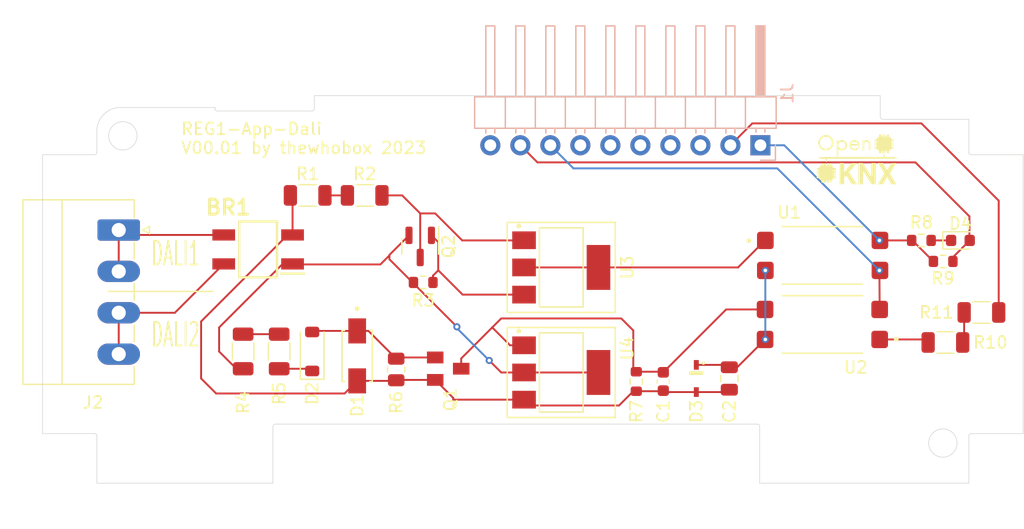
<source format=kicad_pcb>
(kicad_pcb (version 20221018) (generator pcbnew)
  (title_block (date "2023-01-31") (rev "V00.10"))
  (layers (0 "F.Cu" signal) (31 "B.Cu" signal) (34 "B.Paste" user) (35 "F.Paste" user) (36 "B.SilkS" user "B.Silkscreen") (37 "F.SilkS" user "F.Silkscreen") (38 "B.Mask" user) (39 "F.Mask" user) (44 "Edge.Cuts" user))
  (net 0 "")
  (net 1 "Dali+")
  (net 2 "DALI-")
  (net 8 "Net-(C1-Pad1)")
  (net 9 "Net-(C2-Pad1)")
  (net 11 "Net-(BR1-~_1)")
  (net 12 "Net-(BR1-~_2)")
  (net 13 "Net-(D2-A)")
  (net 14 "Net-(D4-K)")
  (net 15 "+3.3V")
  (net 16 "/D_RX")
  (net 17 "/D_TX")
  (net 18 "GND")
  (net 19 "Net-(R1-Pad2)")
  (net 20 "Net-(R4-Pad1)")
  (net 21 "Net-(D2-K)")
  (net 22 "Net-(R10-Pad1)")
  (net 23 "Net-(R10-Pad2)")
  (net 24 "Net-(U1-Pad1)")
  (net 25 "Net-(Q2-B)")
  (net 26 "Net-(Q2-C)")
  (footprint "OpenKNX:OpenKNX_Logo_07x05" (layer "F.Cu") (at 138.9 95.8)
    (fp_text reference "G***" hide)
    (fp_text value "LOGO" hide)
  )
  (footprint "Resistor_SMD:R_0603_1608Metric" (layer "F.Cu") (at 146.225 104.13 180)
    (fp_text reference "R9" (at 0 -1.43) (layer "F.SilkS"))
    (fp_text value "4.7k")
    (pad "1" smd roundrect (at -0.825 0 180) (size 0.8 0.95) (layers "F.Cu" "F.Paste" "F.Mask") (net 15 "+3.3V"))
    (pad "2" smd roundrect (at 0.825 0 180) (size 0.8 0.95) (layers "F.Cu" "F.Paste" "F.Mask") (net 16 "/D_RX"))
  )
  (footprint "DALI:SOIC254P1030X390-4N" (layer "F.Cu") (at 136.026 103.622)
    (fp_text reference "U1" (at -2.825 -3.635) (layer "F.SilkS"))
    (fp_text value "EL817S1(C)(TU)-F")
    (pad "1" smd roundrect (at -4.85 -1.27) (size 1.41 1.47) (layers "F.Cu" "F.Paste" "F.Mask") (roundrect_rratio 0.18) (net 24 "Net-(U1-Pad1)"))
    (pad "2" smd roundrect (at -4.85 1.27) (size 1.41 1.47) (layers "F.Cu" "F.Paste" "F.Mask") (roundrect_rratio 0.18) (net 9 "Net-(C2-Pad1)"))
    (pad "3" smd roundrect (at 4.85 1.27 180) (size 1.41 1.47) (layers "F.Cu" "F.Paste" "F.Mask") (roundrect_rratio 0.18) (net 18 "GND"))
    (pad "4" smd roundrect (at 4.85 -1.27 180) (size 1.41 1.47) (layers "F.Cu" "F.Paste" "F.Mask") (roundrect_rratio 0.18) (net 16 "/D_RX"))
  )
  (footprint "DALI:SOT230P700X180-4N" (layer "F.Cu") (at 113.904 104.638 -90)
    (fp_text reference "U3" (at 0 -5.588 90) (layer "F.SilkS"))
    (fp_text value "STN93003")
    (pad "1" smd rect (at -2.3 3.15 90) (size 1.5 2) (layers "F.Cu" "F.Paste" "F.Mask") (net 26 "Net-(Q2-C)"))
    (pad "2" smd rect (at 0 3.15 90) (size 1.5 2) (layers "F.Cu" "F.Paste" "F.Mask") (net 24 "Net-(U1-Pad1)"))
    (pad "3" smd rect (at 2.3 3.15 90) (size 1.5 2) (layers "F.Cu" "F.Paste" "F.Mask") (net 25 "Net-(Q2-B)"))
    (pad "4" smd rect (at 0 -3.15 90) (size 3.8 2) (layers "F.Cu" "F.Paste" "F.Mask") (net 24 "Net-(U1-Pad1)"))
  )
  (footprint "DALI:SOIC254P1030X390-4N" (layer "F.Cu") (at 136.002 109.464 180)
    (fp_text reference "U2" (at -2.825 -3.635 180) (layer "F.SilkS"))
    (fp_text value "EL817S1(C)(TU)-F")
    (pad "1" smd roundrect (at -4.85 -1.27 180) (size 1.41 1.47) (layers "F.Cu" "F.Paste" "F.Mask") (roundrect_rratio 0.18) (net 22 "Net-(R10-Pad1)"))
    (pad "2" smd roundrect (at -4.85 1.27 180) (size 1.41 1.47) (layers "F.Cu" "F.Paste" "F.Mask") (roundrect_rratio 0.18) (net 18 "GND"))
    (pad "3" smd roundrect (at 4.85 1.27) (size 1.41 1.47) (layers "F.Cu" "F.Paste" "F.Mask") (roundrect_rratio 0.18) (net 8 "Net-(C1-Pad1)"))
    (pad "4" smd roundrect (at 4.85 -1.27) (size 1.41 1.47) (layers "F.Cu" "F.Paste" "F.Mask") (roundrect_rratio 0.18) (net 9 "Net-(C2-Pad1)"))
  )
  (footprint "Capacitor_SMD:C_0805_2012Metric" (layer "F.Cu") (at 128.128 114.036 -90)
    (fp_text reference "C2" (at 2.794 0 90) (layer "F.SilkS"))
    (fp_text value "2.2u")
    (pad "1" smd roundrect (at -0.95 0 270) (size 1 1.45) (layers "F.Cu" "F.Paste" "F.Mask") (net 9 "Net-(C2-Pad1)"))
    (pad "2" smd roundrect (at 0.95 0 270) (size 1 1.45) (layers "F.Cu" "F.Paste" "F.Mask") (net 2 "DALI-"))
  )
  (footprint "LED_SMD:LED_0603_1608Metric" (layer "F.Cu") (at 147.686 102.352)
    (fp_text reference "D4" (at 0 -1.43) (layer "F.SilkS"))
    (fp_text value "LED")
    (pad "1" smd roundrect (at -0.7875 0) (size 0.875 0.95) (layers "F.Cu" "F.Paste" "F.Mask") (net 14 "Net-(D4-K)"))
    (pad "2" smd roundrect (at 0.7875 0) (size 0.875 0.95) (layers "F.Cu" "F.Paste" "F.Mask") (net 15 "+3.3V"))
  )
  (footprint "Resistor_SMD:R_0603_1608Metric" (layer "F.Cu") (at 102.22 105.908)
    (fp_text reference "R3" (at 0 1.524) (layer "F.SilkS"))
    (fp_text value "390")
    (pad "1" smd roundrect (at -0.825 0) (size 0.8 0.95) (layers "F.Cu" "F.Paste" "F.Mask") (net 1 "Dali+"))
    (pad "2" smd roundrect (at 0.825 0) (size 0.8 0.95) (layers "F.Cu" "F.Paste" "F.Mask") (net 25 "Net-(Q2-B)"))
  )
  (footprint "DALI:DIOM4325X250N" (layer "F.Cu") (at 96.632 112.125 -90)
    (fp_text reference "D1" (at 4.197 0 -90) (layer "F.SilkS"))
    (fp_text value "1SMA4746")
    (pad "A" smd rect (at 2.115 0 270) (size 2.12 1.5) (layers "F.Cu" "F.Paste" "F.Mask") (net 2 "DALI-"))
    (pad "C" smd rect (at -2.115 0 270) (size 2.12 1.5) (layers "F.Cu" "F.Paste" "F.Mask") (net 13 "Net-(D2-A)"))
  )
  (footprint "Resistor_SMD:R_1206_3216Metric" (layer "F.Cu") (at 90.028 111.75 90)
    (fp_text reference "R5" (at -3.556 0 90) (layer "F.SilkS"))
    (fp_text value "100k")
    (pad "1" smd roundrect (at -1.4625 0 90) (size 1.125 1.75) (layers "F.Cu" "F.Paste" "F.Mask") (roundrect_rratio 0.222222) (net 21 "Net-(D2-K)"))
    (pad "2" smd roundrect (at 1.4625 0 90) (size 1.125 1.75) (layers "F.Cu" "F.Paste" "F.Mask") (roundrect_rratio 0.222222) (net 20 "Net-(R4-Pad1)"))
  )
  (footprint "Resistor_SMD:R_1206_3216Metric" (layer "F.Cu") (at 149.464 108.448)
    (fp_text reference "R11" (at -3.81 0) (layer "F.SilkS"))
    (fp_text value "300")
    (pad "1" smd roundrect (at -1.4625 0) (size 1.125 1.75) (layers "F.Cu" "F.Paste" "F.Mask") (roundrect_rratio 0.222222) (net 23 "Net-(R10-Pad2)"))
    (pad "2" smd roundrect (at 1.4625 0) (size 1.125 1.75) (layers "F.Cu" "F.Paste" "F.Mask") (roundrect_rratio 0.222222) (net 17 "/D_TX"))
  )
  (footprint "Resistor_SMD:R_0603_1608Metric" (layer "F.Cu") (at 120.254 114.29 90)
    (fp_text reference "R7" (at -2.54 0 90) (layer "F.SilkS"))
    (fp_text value "4.7k")
    (pad "1" smd roundrect (at -0.825 0 90) (size 0.8 0.95) (layers "F.Cu" "F.Paste" "F.Mask") (net 2 "DALI-"))
    (pad "2" smd roundrect (at 0.825 0 90) (size 0.8 0.95) (layers "F.Cu" "F.Paste" "F.Mask") (net 8 "Net-(C1-Pad1)"))
  )
  (footprint "Resistor_SMD:R_1206_3216Metric" (layer "F.Cu") (at 86.98 111.75 -90)
    (fp_text reference "R4" (at 4.318 0 90) (layer "F.SilkS"))
    (fp_text value "100k")
    (pad "1" smd roundrect (at -1.4625 0 270) (size 1.125 1.75) (layers "F.Cu" "F.Paste" "F.Mask") (roundrect_rratio 0.222222) (net 20 "Net-(R4-Pad1)"))
    (pad "2" smd roundrect (at 1.4625 0 270) (size 1.125 1.75) (layers "F.Cu" "F.Paste" "F.Mask") (roundrect_rratio 0.222222) (net 1 "Dali+"))
  )
  (footprint "Resistor_SMD:R_1206_3216Metric" (layer "F.Cu") (at 146.416 110.988)
    (fp_text reference "R10" (at 3.81 0) (layer "F.SilkS"))
    (fp_text value "1k")
    (pad "1" smd roundrect (at -1.4625 0) (size 1.125 1.75) (layers "F.Cu" "F.Paste" "F.Mask") (roundrect_rratio 0.222222) (net 22 "Net-(R10-Pad1)"))
    (pad "2" smd roundrect (at 1.4625 0) (size 1.125 1.75) (layers "F.Cu" "F.Paste" "F.Mask") (roundrect_rratio 0.222222) (net 23 "Net-(R10-Pad2)"))
  )
  (footprint "Package_TO_SOT_SMD:SOT-23" (layer "F.Cu") (at 101.966 102.86 -90)
    (fp_text reference "Q2" (at 0 -2.4 90) (layer "F.SilkS"))
    (fp_text value "BC857")
    (pad "1" smd roundrect (at -0.9375 -0.95 270) (size 1.475 0.6) (layers "F.Cu" "F.Paste" "F.Mask") (net 25 "Net-(Q2-B)"))
    (pad "2" smd roundrect (at -0.9375 0.95 270) (size 1.475 0.6) (layers "F.Cu" "F.Paste" "F.Mask") (net 1 "Dali+"))
    (pad "3" smd roundrect (at 0.9375 0 270) (size 1.475 0.6) (layers "F.Cu" "F.Paste" "F.Mask") (net 26 "Net-(Q2-C)"))
  )
  (footprint "Capacitor_SMD:C_0603_1608Metric" (layer "F.Cu") (at 122.54 114.29 -90)
    (fp_text reference "C1" (at 2.54 0 90) (layer "F.SilkS"))
    (fp_text value "1n")
    (pad "1" smd roundrect (at -0.775 0 270) (size 0.9 0.95) (layers "F.Cu" "F.Paste" "F.Mask") (net 8 "Net-(C1-Pad1)"))
    (pad "2" smd roundrect (at 0.775 0 270) (size 0.9 0.95) (layers "F.Cu" "F.Paste" "F.Mask") (net 2 "DALI-"))
  )
  (footprint "Diode_SMD:D_SOD-123" (layer "F.Cu") (at 92.822 111.75 90)
    (fp_text reference "D2" (at -3.556 0 90) (layer "F.SilkS"))
    (fp_text value "D_Zener_Small")
    (pad "1" smd roundrect (at -1.65 0 90) (size 0.9 1.2) (layers "F.Cu" "F.Paste" "F.Mask") (net 21 "Net-(D2-K)"))
    (pad "2" smd roundrect (at 1.65 0 90) (size 0.9 1.2) (layers "F.Cu" "F.Paste" "F.Mask") (net 13 "Net-(D2-A)"))
  )
  (footprint "DALI:SODFL2512X90N" (layer "F.Cu") (at 125.334 114.036 -90)
    (fp_text reference "D3" (at 2.794 0 -90) (layer "F.SilkS") (effects (font (size 1.001535 1.001535))))
    (fp_text value "UDZSTE-175.6B")
    (pad "A" smd rect (at 1.15 0 270) (size 0.82 0.42) (layers "F.Cu" "F.Paste" "F.Mask") (net 2 "DALI-"))
    (pad "C" smd rect (at -1.15 0 270) (size 0.82 0.42) (layers "F.Cu" "F.Paste" "F.Mask") (net 9 "Net-(C2-Pad1)"))
  )
  (footprint "DALI:SOT23" (layer "F.Cu") (at 104.336 113.208 -90)
    (fp_text reference "Q1" (at 2.606 -0.17 90) (layer "F.SilkS") (effects (font (size 1.001157 1.001157))))
    (fp_text value "BSS123")
    (pad "1" smd rect (at -0.95 1.1 270) (size 1 1.4) (layers "F.Cu" "F.Paste" "F.Mask") (net 13 "Net-(D2-A)"))
    (pad "2" smd rect (at 0.95 1.1 270) (size 1 1.4) (layers "F.Cu" "F.Paste" "F.Mask") (net 2 "DALI-"))
    (pad "3" smd rect (at 0 -1.1 270) (size 1 1.4) (layers "F.Cu" "F.Paste" "F.Mask") (net 8 "Net-(C1-Pad1)"))
  )
  (footprint "Resistor_SMD:R_1206_3216Metric" (layer "F.Cu") (at 97.267 98.542)
    (fp_text reference "R2" (at 0 -1.82) (layer "F.SilkS"))
    (fp_text value "100k")
    (pad "1" smd roundrect (at -1.4625 0) (size 1.125 1.75) (layers "F.Cu" "F.Paste" "F.Mask") (roundrect_rratio 0.222222) (net 19 "Net-(R1-Pad2)"))
    (pad "2" smd roundrect (at 1.4625 0) (size 1.125 1.75) (layers "F.Cu" "F.Paste" "F.Mask") (roundrect_rratio 0.222222) (net 26 "Net-(Q2-C)"))
  )
  (footprint "Resistor_SMD:R_1206_3216Metric" (layer "F.Cu") (at 92.441 98.542)
    (fp_text reference "R1" (at 0 -1.82) (layer "F.SilkS"))
    (fp_text value "100k")
    (pad "1" smd roundrect (at -1.4625 0) (size 1.125 1.75) (layers "F.Cu" "F.Paste" "F.Mask") (roundrect_rratio 0.222222) (net 2 "DALI-"))
    (pad "2" smd roundrect (at 1.4625 0) (size 1.125 1.75) (layers "F.Cu" "F.Paste" "F.Mask") (roundrect_rratio 0.222222) (net 19 "Net-(R1-Pad2)"))
  )
  (footprint "DALI:SOP245P670X290-4N" (layer "F.Cu") (at 88.25 103.114 180)
    (fp_text reference "BR1" (at 2.54 3.556 180) (layer "F.SilkS") (effects (font (size 1.27 1.27) (thickness 0.254))))
    (fp_text value "MB10S" hide)
    (pad "1" smd rect (at -2.912 -1.225 270) (size 0.95 1.925) (layers "F.Cu" "F.Paste" "F.Mask") (net 1 "Dali+"))
    (pad "2" smd rect (at -2.912 1.225 270) (size 0.95 1.925) (layers "F.Cu" "F.Paste" "F.Mask") (net 2 "DALI-"))
    (pad "3" smd rect (at 2.912 1.225 270) (size 0.95 1.925) (layers "F.Cu" "F.Paste" "F.Mask") (net 11 "Net-(BR1-~_1)"))
    (pad "4" smd rect (at 2.912 -1.225 270) (size 0.95 1.925) (layers "F.Cu" "F.Paste" "F.Mask") (net 12 "Net-(BR1-~_2)"))
  )
  (footprint "Resistor_SMD:R_0805_2012Metric" (layer "F.Cu") (at 99.934 113.274 90)
    (fp_text reference "R6" (at -2.794 0 90) (layer "F.SilkS"))
    (fp_text value "16k")
    (pad "1" smd roundrect (at -0.9125 0 90) (size 1.025 1.4) (layers "F.Cu" "F.Paste" "F.Mask") (roundrect_rratio 0.243902) (net 2 "DALI-"))
    (pad "2" smd roundrect (at 0.9125 0 90) (size 1.025 1.4) (layers "F.Cu" "F.Paste" "F.Mask") (roundrect_rratio 0.243902) (net 13 "Net-(D2-A)"))
  )
  (footprint "Connector_Phoenix_MC:PhoenixContact_MC_1,5_4-G-3.5_1x04_P3.50mm_Horizontal" (layer "F.Cu") (at 76.4505 101.475 -90)
    (fp_text reference "J2" (at 14.593 2.1705) (layer "F.SilkS"))
    (fp_text value "Dali")
    (pad "1" thru_hole roundrect (at 0 0 270) (size 1.8 3.6) (drill 1.2) (layers "*.Cu" "*.Mask") (roundrect_rratio 0.138889) (net 11 "Net-(BR1-~_1)"))
    (pad "2" thru_hole oval (at 3.5 0 270) (size 1.8 3.6) (drill 1.2) (layers "*.Cu" "*.Mask") (net 11 "Net-(BR1-~_1)"))
    (pad "3" thru_hole oval (at 7 0 270) (size 1.8 3.6) (drill 1.2) (layers "*.Cu" "*.Mask") (net 12 "Net-(BR1-~_2)"))
    (pad "4" thru_hole oval (at 10.5 0 270) (size 1.8 3.6) (drill 1.2) (layers "*.Cu" "*.Mask") (net 12 "Net-(BR1-~_2)"))
  )
  (footprint "Resistor_SMD:R_0603_1608Metric" (layer "F.Cu") (at 144.384 102.352 180)
    (fp_text reference "R8" (at 0 1.524) (layer "F.SilkS"))
    (fp_text value "4.7k")
    (pad "1" smd roundrect (at -0.825 0 180) (size 0.8 0.95) (layers "F.Cu" "F.Paste" "F.Mask") (net 14 "Net-(D4-K)"))
    (pad "2" smd roundrect (at 0.825 0 180) (size 0.8 0.95) (layers "F.Cu" "F.Paste" "F.Mask") (net 16 "/D_RX"))
  )
  (footprint "DALI:SOT-223" (layer "F.Cu") (at 113.904 113.528 -90)
    (fp_text reference "U4" (at -2.032 -5.588 -90) (layer "F.SilkS"))
    (fp_text value "STN1HNK60")
    (pad "1" smd rect (at -2.3 3.15 90) (size 1.5 2) (layers "F.Cu" "F.Paste" "F.Mask") (net 8 "Net-(C1-Pad1)"))
    (pad "2" smd rect (at 0 3.15 90) (size 1.5 2) (layers "F.Cu" "F.Paste" "F.Mask") (net 1 "Dali+"))
    (pad "3" smd rect (at 2.3 3.15 90) (size 1.5 2) (layers "F.Cu" "F.Paste" "F.Mask") (net 2 "DALI-"))
    (pad "4" smd rect (at 0 -3.15 90) (size 3.8 2) (layers "F.Cu" "F.Paste" "F.Mask") (net 1 "Dali+"))
  )
  (footprint "Connector_PinHeader_2.54mm:PinHeader_1x10_P2.54mm_Horizontal" (layer "B.Cu") (at 130.76 94.3 90)
    (fp_text reference "J1" (at 4.385 2.27 90) (layer "B.SilkS") (effects (justify mirror)))
    (fp_text value "REG1_App_Connector")
    (pad "1" thru_hole rect locked (at 0 0 90) (size 1.7 1.7) (drill 1) (layers "*.Cu" "*.Mask") (net 16 "/D_RX"))
    (pad "2" thru_hole oval locked (at 0 -2.54 90) (size 1.7 1.7) (drill 1) (layers "*.Cu" "*.Mask") (net 17 "/D_TX"))
    (pad "3" thru_hole oval locked (at 0 -5.08 90) (size 1.7 1.7) (drill 1) (layers "*.Cu" "*.Mask"))
    (pad "4" thru_hole oval locked (at 0 -7.62 90) (size 1.7 1.7) (drill 1) (layers "*.Cu" "*.Mask"))
    (pad "5" thru_hole oval locked (at 0 -10.16 90) (size 1.7 1.7) (drill 1) (layers "*.Cu" "*.Mask"))
    (pad "6" thru_hole oval locked (at 0 -12.7 90) (size 1.7 1.7) (drill 1) (layers "*.Cu" "*.Mask"))
    (pad "7" thru_hole oval locked (at 0 -15.24 90) (size 1.7 1.7) (drill 1) (layers "*.Cu" "*.Mask"))
    (pad "8" thru_hole oval locked (at 0 -17.78 90) (size 1.7 1.7) (drill 1) (layers "*.Cu" "*.Mask") (net 18 "GND"))
    (pad "9" thru_hole oval locked (at 0 -20.32 90) (size 1.7 1.7) (drill 1) (layers "*.Cu" "*.Mask") (net 15 "+3.3V"))
    (pad "10" thru_hole oval locked (at 0 -22.86 90) (size 1.7 1.7) (drill 1) (layers "*.Cu" "*.Mask"))
  )
  (gr_line (start 75.55 106.67) (end 84.44 106.67) (stroke (width 0.12)) (layer "F.SilkS"))
  (gr_line (start 130.5 117.9) (end 89.7 117.9) (stroke (width 0.05)) (layer "Edge.Cuts"))
  (gr_line (start 74.6 122.9) (end 74.6 118.9) (stroke (width 0.05)) (layer "Edge.Cuts"))
  (gr_line (start 74.4 118.7) (end 70 118.7) (stroke (width 0.05)) (layer "Edge.Cuts"))
  (gr_line (start 153 95.1) (end 153 118.7) (stroke (width 0.05)) (layer "Edge.Cuts"))
  (gr_line (start 70 95.1) (end 70 118.7) (stroke (width 0.05)) (layer "Edge.Cuts"))
  (gr_line (start 93 90.1) (end 140.9 90.1) (stroke (width 0.05)) (layer "Edge.Cuts"))
  (gr_line (start 89.5 122.9) (end 89.5 118.1) (stroke (width 0.05)) (layer "Edge.Cuts"))
  (gr_arc (start 141.1 92.1) (mid 140.958579 92.041421) (end 140.9 91.9) (stroke (width 0.05)) (layer "Edge.Cuts"))
  (gr_line (start 76.6 91.1) (end 84.6 91.1) (stroke (width 0.05)) (layer "Edge.Cuts"))
  (gr_line (start 153 118.7) (end 148.6 118.7) (stroke (width 0.05)) (layer "Edge.Cuts"))
  (gr_circle (center 76.8 93.5) (end 78 93.5) (stroke (width 0.05)) (fill none) (layer "Edge.Cuts"))
  (gr_arc (start 89.5 118.1) (mid 89.558579 117.958579) (end 89.7 117.9) (stroke (width 0.05)) (layer "Edge.Cuts"))
  (gr_arc (start 84.8 91.4) (mid 84.658579 91.341421) (end 84.6 91.2) (stroke (width 0.05)) (layer "Edge.Cuts"))
  (gr_arc (start 130.5 117.9) (mid 130.641421 117.958579) (end 130.7 118.1) (stroke (width 0.05)) (layer "Edge.Cuts"))
  (gr_arc (start 74.6 93.1) (mid 75.185786 91.685786) (end 76.6 91.1) (stroke (width 0.05)) (layer "Edge.Cuts"))
  (gr_line (start 84.6 91.2) (end 84.6 91.1) (stroke (width 0.05)) (layer "Edge.Cuts"))
  (gr_line (start 140.9 90.1) (end 140.9 91.9) (stroke (width 0.05)) (layer "Edge.Cuts"))
  (gr_arc (start 148.6 95.1) (mid 148.458579 95.041421) (end 148.4 94.9) (stroke (width 0.05)) (layer "Edge.Cuts"))
  (gr_arc (start 93 91.2) (mid 92.941421 91.341421) (end 92.8 91.4) (stroke (width 0.05)) (layer "Edge.Cuts"))
  (gr_line (start 148.4 94.9) (end 148.4 92.1) (stroke (width 0.05)) (layer "Edge.Cuts"))
  (gr_line (start 74.6 122.9) (end 89.5 122.9) (stroke (width 0.05)) (layer "Edge.Cuts"))
  (gr_line (start 148.4 92.1) (end 141.1 92.1) (stroke (width 0.05)) (layer "Edge.Cuts"))
  (gr_line (start 148.4 118.9) (end 148.4 122.9) (stroke (width 0.05)) (layer "Edge.Cuts"))
  (gr_line (start 153 95.1) (end 148.6 95.1) (stroke (width 0.05)) (layer "Edge.Cuts"))
  (gr_line (start 92.8 91.4) (end 84.8 91.4) (stroke (width 0.05)) (layer "Edge.Cuts"))
  (gr_circle (center 146.2 119.5) (end 146.2 120.7) (stroke (width 0.05)) (fill none) (layer "Edge.Cuts"))
  (gr_line (start 70 95.1) (end 74.4 95.1) (stroke (width 0.05)) (layer "Edge.Cuts"))
  (gr_line (start 148.4 122.9) (end 130.7 122.9) (stroke (width 0.05)) (layer "Edge.Cuts"))
  (gr_arc (start 74.6 94.9) (mid 74.541421 95.041421) (end 74.4 95.1) (stroke (width 0.05)) (layer "Edge.Cuts"))
  (gr_line (start 74.6 94.9) (end 74.6 93.1) (stroke (width 0.05)) (layer "Edge.Cuts"))
  (gr_line (start 130.7 122.9) (end 130.7 118.1) (stroke (width 0.05)) (layer "Edge.Cuts"))
  (gr_arc (start 74.4 118.7) (mid 74.541421 118.758579) (end 74.6 118.9) (stroke (width 0.05)) (layer "Edge.Cuts"))
  (gr_line (start 93 90.1) (end 93 91.2) (stroke (width 0.05)) (layer "Edge.Cuts"))
  (gr_arc (start 148.4 118.9) (mid 148.458579 118.758579) (end 148.6 118.7) (stroke (width 0.05)) (layer "Edge.Cuts"))
  (gr_text "DALI2" (at 79.106 111.496) (layer "F.SilkS") (effects (font (size 2 1)) (justify left bottom)))
  (gr_text "DALI1" (at 79.106 104.638) (layer "F.SilkS") (effects (font (size 2 1)) (justify left bottom)))
  (gr_text "REG1-App-Dali\nV00.01 by thewhobox 2023" (at 81.646 93.716) (layer "F.SilkS") (effects (font (size 1 1)) (justify left)))
  (segment (start 84.948 111.7545) (end 86.406 113.2125) (width 0.16) (layer "F.Cu") (net 1))
  (segment (start 99.3615 103.953) (end 101.0625 105.654) (width 0.16) (layer "F.Cu") (net 1))
  (segment (start 107.808 112.512) (end 108.824 113.528) (width 0.16) (layer "F.Cu") (net 1))
  (segment (start 84.948 109.718) (end 84.948 111.7545) (width 0.16) (layer "F.Cu") (net 1))
  (segment (start 110.754 113.528) (end 117.054 113.528) (width 0.16) (layer "F.Cu") (net 1))
  (segment (start 99.3615 103.622) (end 98.5995 104.384) (width 0.16) (layer "F.Cu") (net 1))
  (segment (start 99.3615 103.577) (end 99.3615 103.622) (width 0.16) (layer "F.Cu") (net 1))
  (segment (start 90.282 104.384) (end 84.948 109.718) (width 0.16) (layer "F.Cu") (net 1))
  (segment (start 99.3615 103.622) (end 99.3615 103.953) (width 0.16) (layer "F.Cu") (net 1))
  (segment (start 101.016 101.9225) (end 99.3615 103.577) (width 0.16) (layer "F.Cu") (net 1))
  (segment (start 98.5995 104.384) (end 90.282 104.384) (width 0.16) (layer "F.Cu") (net 1))
  (segment (start 108.824 113.528) (end 110.754 113.528) (width 0.16) (layer "F.Cu") (net 1))
  (segment (start 105.07025 109.66175) (end 101.0625 105.654) (width 0.16) (layer "F.Cu") (net 1))
  (via (at 105.07025 109.66175) (size 0.6) (drill 0.3) (layers "F.Cu" "B.Cu") (net 1))
  (via (at 107.808 112.512) (size 0.6) (drill 0.3) (layers "F.Cu" "B.Cu") (net 1))
  (segment (start 105.07025 109.77425) (end 105.07025 109.66175) (width 0.16) (layer "B.Cu") (net 1))
  (segment (start 107.808 112.512) (end 105.07025 109.77425) (width 0.16) (layer "B.Cu") (net 1))
  (segment (start 84.694 115.306) (end 95.566 115.306) (width 0.16) (layer "F.Cu") (net 2))
  (segment (start 120 115.115) (end 122.49 115.115) (width 0.16) (layer "F.Cu") (net 2))
  (segment (start 111.248 116.322) (end 118.793 116.322) (width 0.16) (layer "F.Cu") (net 2))
  (segment (start 91.162 101.889) (end 91.162 98.7255) (width 0.16) (layer "F.Cu") (net 2))
  (segment (start 104.76 115.682) (end 104.76 115.814) (width 0.16) (layer "F.Cu") (net 2))
  (segment (start 99.934 114.1865) (end 99.9625 114.158) (width 0.16) (layer "F.Cu") (net 2))
  (segment (start 110.754 115.828) (end 111.248 116.322) (width 0.16) (layer "F.Cu") (net 2))
  (segment (start 125.334 115.186) (end 127.928 115.186) (width 0.16) (layer "F.Cu") (net 2))
  (segment (start 104.774 115.828) (end 110.754 115.828) (width 0.16) (layer "F.Cu") (net 2))
  (segment (start 96.632 114.24) (end 99.8805 114.24) (width 0.16) (layer "F.Cu") (net 2))
  (segment (start 99.8805 114.24) (end 99.934 114.1865) (width 0.16) (layer "F.Cu") (net 2))
  (segment (start 122.49 115.115) (end 122.54 115.065) (width 0.16) (layer "F.Cu") (net 2))
  (segment (start 91.162 101.472) (end 83.424 109.21) (width 0.16) (layer "F.Cu") (net 2))
  (segment (start 95.566 115.306) (end 96.632 114.24) (width 0.16) (layer "F.Cu") (net 2))
  (segment (start 83.424 109.21) (end 83.424 114.036) (width 0.16) (layer "F.Cu") (net 2))
  (segment (start 104.76 115.814) (end 104.774 115.828) (width 0.16) (layer "F.Cu") (net 2))
  (segment (start 122.661 115.186) (end 125.334 115.186) (width 0.16) (layer "F.Cu") (net 2))
  (segment (start 103.236 114.158) (end 104.76 115.682) (width 0.16) (layer "F.Cu") (net 2))
  (segment (start 122.54 115.065) (end 122.661 115.186) (width 0.16) (layer "F.Cu") (net 2))
  (segment (start 99.9625 114.158) (end 103.236 114.158) (width 0.16) (layer "F.Cu") (net 2))
  (segment (start 83.424 114.036) (end 84.694 115.306) (width 0.16) (layer "F.Cu") (net 2))
  (segment (start 127.928 115.186) (end 128.128 114.986) (width 0.16) (layer "F.Cu") (net 2))
  (segment (start 118.793 116.322) (end 120 115.115) (width 0.16) (layer "F.Cu") (net 2))
  (segment (start 91.162 98.7255) (end 90.9785 98.542) (width 0.16) (layer "F.Cu") (net 2))
  (segment (start 127.861 108.194) (end 131.152 108.194) (width 0.16) (layer "F.Cu") (net 8))
  (segment (start 122.49 113.465) (end 122.54 113.515) (width 0.16) (layer "F.Cu") (net 8))
  (segment (start 118.984 108.956) (end 120 109.972) (width 0.16) (layer "F.Cu") (net 8))
  (segment (start 108.062 109.718) (end 108.824 108.956) (width 0.16) (layer "F.Cu") (net 8))
  (segment (start 105.436 112.344) (end 108.062 109.718) (width 0.16) (layer "F.Cu") (net 8))
  (segment (start 109.572 111.228) (end 108.062 109.718) (width 0.16) (layer "F.Cu") (net 8))
  (segment (start 120 113.465) (end 122.49 113.465) (width 0.16) (layer "F.Cu") (net 8))
  (segment (start 122.54 113.515) (end 127.861 108.194) (width 0.16) (layer "F.Cu") (net 8))
  (segment (start 120 109.972) (end 120 113.465) (width 0.16) (layer "F.Cu") (net 8))
  (segment (start 108.824 108.956) (end 118.984 108.956) (width 0.16) (layer "F.Cu") (net 8))
  (segment (start 105.436 113.208) (end 105.436 112.344) (width 0.16) (layer "F.Cu") (net 8))
  (segment (start 110.754 111.228) (end 109.572 111.228) (width 0.16) (layer "F.Cu") (net 8))
  (segment (start 125.334 112.886) (end 127.928 112.886) (width 0.16) (layer "F.Cu") (net 9))
  (segment (start 128.128 113.086) (end 128.8 113.086) (width 0.16) (layer "F.Cu") (net 9))
  (segment (start 127.928 112.886) (end 128.128 113.086) (width 0.16) (layer "F.Cu") (net 9))
  (segment (start 128.8 113.086) (end 131.152 110.734) (width 0.16) (layer "F.Cu") (net 9))
  (via (at 131.176 104.892) (size 0.6) (drill 0.3) (layers "F.Cu" "B.Cu") (net 9))
  (via (at 131.176 110.734) (size 0.6) (drill 0.3) (layers "F.Cu" "B.Cu") (net 9))
  (segment (start 131.176 104.892) (end 131.176 110.734) (width 0.16) (layer "B.Cu") (net 9))
  (segment (start 76.4505 104.975) (end 76.4505 101.475) (width 0.16) (layer "F.Cu") (net 11))
  (segment (start 76.4505 101.475) (end 76.8645 101.889) (width 0.16) (layer "F.Cu") (net 11))
  (segment (start 76.8645 101.889) (end 85.338 101.889) (width 0.16) (layer "F.Cu") (net 11))
  (segment (start 76.4505 108.475) (end 76.4505 111.975) (width 0.16) (layer "F.Cu") (net 12))
  (segment (start 85.338 104.339) (end 81.202 108.475) (width 0.16) (layer "F.Cu") (net 12))
  (segment (start 81.202 108.475) (end 77.074 108.475) (width 0.16) (layer "F.Cu") (net 12))
  (segment (start 100.0375 112.258) (end 103.236 112.258) (width 0.16) (layer "F.Cu") (net 13))
  (segment (start 92.822 110.1) (end 92.912 110.01) (width 0.16) (layer "F.Cu") (net 13))
  (segment (start 92.912 110.01) (end 96.632 110.01) (width 0.16) (layer "F.Cu") (net 13))
  (segment (start 97.5825 110.01) (end 99.934 112.3615) (width 0.16) (layer "F.Cu") (net 13))
  (segment (start 99.934 112.3615) (end 100.0375 112.258) (width 0.16) (layer "F.Cu") (net 13))
  (segment (start 96.632 110.01) (end 97.5825 110.01) (width 0.16) (layer "F.Cu") (net 13))
  (segment (start 145.209 102.352) (end 146.8985 102.352) (width 0.16) (layer "F.Cu") (net 14))
  (segment (start 110.44 94.3) (end 111.888 95.748) (width 0.16) (layer "F.Cu") (net 15))
  (segment (start 143.876 95.748) (end 148.448 100.32) (width 0.16) (layer "F.Cu") (net 15))
  (segment (start 147.05 103.7755) (end 148.4735 102.352) (width 0.16) (layer "F.Cu") (net 15))
  (segment (start 148.448 100.32) (end 148.448 102.3265) (width 0.16) (layer "F.Cu") (net 15))
  (segment (start 148.448 102.3265) (end 148.4735 102.352) (width 0.16) (layer "F.Cu") (net 15))
  (segment (start 111.888 95.748) (end 143.876 95.748) (width 0.16) (layer "F.Cu") (net 15))
  (segment (start 147.05 104.13) (end 147.05 103.7755) (width 0.16) (layer "F.Cu") (net 15))
  (segment (start 140.852 102.352) (end 140.828 102.352) (width 0.16) (layer "F.Cu") (net 16))
  (segment (start 143.622 102.352) (end 145.4 104.13) (width 0.16) (layer "F.Cu") (net 16))
  (segment (start 140.828 102.352) (end 143.559 102.352) (width 0.16) (layer "F.Cu") (net 16))
  (via (at 140.828 102.352) (size 0.6) (drill 0.3) (layers "F.Cu" "B.Cu") (net 16))
  (segment (start 132.776 94.3) (end 130.76 94.3) (width 0.16) (layer "B.Cu") (net 16))
  (segment (start 140.828 102.352) (end 132.776 94.3) (width 0.16) (layer "B.Cu") (net 16))
  (segment (start 144.384 92.446) (end 130.074 92.446) (width 0.16) (layer "F.Cu") (net 17))
  (segment (start 150.9265 108.448) (end 150.9265 98.9885) (width 0.16) (layer "F.Cu") (net 17))
  (segment (start 150.9265 98.9885) (end 144.384 92.446) (width 0.16) (layer "F.Cu") (net 17))
  (segment (start 130.074 92.446) (end 128.22 94.3) (width 0.16) (layer "F.Cu") (net 17))
  (segment (start 140.852 104.892) (end 140.828 104.892) (width 0.16) (layer "F.Cu") (net 18))
  (segment (start 140.828 104.892) (end 140.852 108.194) (width 0.16) (layer "F.Cu") (net 18))
  (via (at 140.828 104.892) (size 0.6) (drill 0.3) (layers "F.Cu" "B.Cu") (net 18))
  (segment (start 114.936 96.256) (end 112.98 94.3) (width 0.16) (layer "B.Cu") (net 18))
  (segment (start 140.828 104.892) (end 132.192 96.256) (width 0.16) (layer "B.Cu") (net 18))
  (segment (start 132.192 96.256) (end 114.936 96.256) (width 0.16) (layer "B.Cu") (net 18))
  (segment (start 93.9035 98.542) (end 95.8045 98.542) (width 0.16) (layer "F.Cu") (net 19))
  (segment (start 86.472 110.2875) (end 89.52 110.2875) (width 0.16) (layer "F.Cu") (net 20))
  (segment (start 92.6345 113.2125) (end 92.822 113.4) (width 0.16) (layer "F.Cu") (net 21))
  (segment (start 89.52 113.2125) (end 92.6345 113.2125) (width 0.16) (layer "F.Cu") (net 21))
  (segment (start 140.852 110.734) (end 144.6995 110.734) (width 0.16) (layer "F.Cu") (net 22))
  (segment (start 144.6995 110.734) (end 144.9535 110.988) (width 0.16) (layer "F.Cu") (net 22))
  (segment (start 148.0015 110.865) (end 148.0015 108.448) (width 0.16) (layer "F.Cu") (net 23))
  (segment (start 147.8785 110.988) (end 148.0015 110.865) (width 0.16) (layer "F.Cu") (net 23))
  (segment (start 128.866 104.638) (end 131.152 102.352) (width 0.16) (layer "F.Cu") (net 24))
  (segment (start 110.754 104.638) (end 117.054 104.638) (width 0.16) (layer "F.Cu") (net 24))
  (segment (start 117.054 104.638) (end 128.866 104.638) (width 0.16) (layer "F.Cu") (net 24))
  (segment (start 110.754 106.938) (end 105.5515 106.938) (width 0.16) (layer "F.Cu") (net 25))
  (segment (start 103.49775 104.88425) (end 103.49 104.8765) (width 0.16) (layer "F.Cu") (net 25))
  (segment (start 103.045 105.908) (end 103.045 105.337) (width 0.16) (layer "F.Cu") (net 25))
  (segment (start 105.5515 106.938) (end 103.49775 104.88425) (width 0.16) (layer "F.Cu") (net 25))
  (segment (start 103.045 105.337) (end 103.49775 104.88425) (width 0.16) (layer "F.Cu") (net 25))
  (segment (start 103.49 102.4965) (end 102.916 101.9225) (width 0.16) (layer "F.Cu") (net 25))
  (segment (start 103.49 104.8765) (end 103.49 102.4965) (width 0.16) (layer "F.Cu") (net 25))
  (segment (start 100.442 98.542) (end 98.7295 98.542) (width 0.16) (layer "F.Cu") (net 26))
  (segment (start 101.966 100.066) (end 100.442 98.542) (width 0.16) (layer "F.Cu") (net 26))
  (segment (start 101.966 100.066) (end 103.236 100.066) (width 0.16) (layer "F.Cu") (net 26))
  (segment (start 105.522 102.352) (end 110.74 102.352) (width 0.16) (layer "F.Cu") (net 26))
  (segment (start 110.74 102.352) (end 110.754 102.338) (width 0.16) (layer "F.Cu") (net 26))
  (segment (start 103.236 100.066) (end 105.522 102.352) (width 0.16) (layer "F.Cu") (net 26))
  (segment (start 101.966 100.066) (end 101.966 103.7975) (width 0.16) (layer "F.Cu") (net 26))
)
</source>
